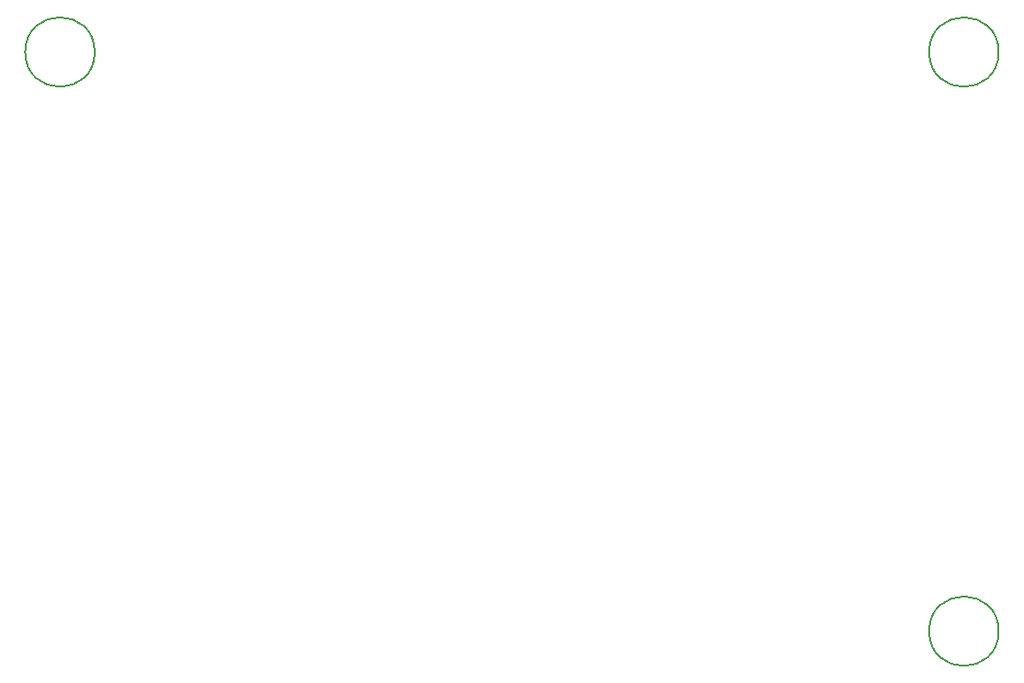
<source format=gbr>
G04 #@! TF.FileFunction,Other,Comment*
%FSLAX46Y46*%
G04 Gerber Fmt 4.6, Leading zero omitted, Abs format (unit mm)*
G04 Created by KiCad (PCBNEW 4.0.7) date 09/26/17 15:15:17*
%MOMM*%
%LPD*%
G01*
G04 APERTURE LIST*
%ADD10C,0.100000*%
%ADD11C,0.150000*%
G04 APERTURE END LIST*
D10*
D11*
X146552520Y-65054480D02*
G75*
G03X146552520Y-65054480I-3200000J0D01*
G01*
X229737520Y-118394480D02*
G75*
G03X229737520Y-118394480I-3200000J0D01*
G01*
X229737520Y-65054480D02*
G75*
G03X229737520Y-65054480I-3200000J0D01*
G01*
M02*

</source>
